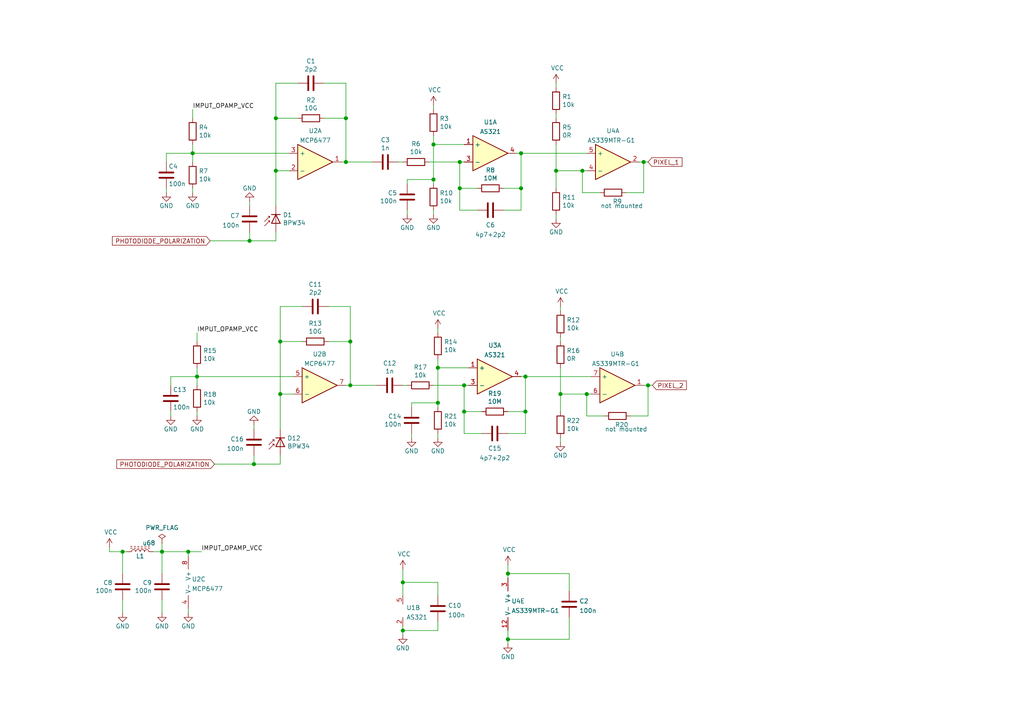
<source format=kicad_sch>
(kicad_sch (version 20210621) (generator eeschema)
  (paper "A4")
  (lib_symbols
    (symbol "Device:C" (pin_numbers hide) (pin_names (offset 0.254))
      (property "Reference" "C" (at 0.635 2.54 0))
      (property "Value" "C" (at 0.635 -2.54 0))
      (symbol "C_0_1"
        (polyline (pts (xy -2.032 -0.762) (xy 2.032 -0.762)) (stroke (width 0.508)))
        (polyline (pts (xy -2.032 0.762) (xy 2.032 0.762)) (stroke (width 0.508)))
      )
      (symbol "C_1_1"
        (pin passive line (at 0 3.81 270) (length 2.794) (name "~") (number "1"))
        (pin passive line (at 0 -3.81 90) (length 2.794) (name "~") (number "2"))
      )
    )
    (symbol "Device:D_Photo" (pin_numbers hide) (pin_names hide)
      (property "Reference" "D" (at 0.508 1.778 0))
      (property "Value" "D_Photo" (at -1.016 -2.794 0))
      (symbol "D_Photo_0_1"
        (polyline (pts (xy -2.54 1.27) (xy -2.54 -1.27)) (stroke (width 0.254)))
        (polyline (pts (xy -2.032 1.778) (xy -1.524 1.778)))
        (polyline (pts (xy 0 0) (xy -2.54 0)))
        (polyline (pts (xy -0.508 3.302) (xy -2.032 1.778) (xy -2.032 2.286)))
        (polyline (pts (xy 0 -1.27) (xy 0 1.27) (xy -2.54 0) (xy 0 -1.27)) (stroke (width 0.254)))
        (polyline (pts (xy 0.762 3.302) (xy -0.762 1.778) (xy -0.762 2.286) (xy -0.762 1.778) (xy -0.254 1.778)))
      )
      (symbol "D_Photo_1_1"
        (pin passive line (at -5.08 0 0) (length 2.54) (name "K") (number "1"))
        (pin passive line (at 2.54 0 180) (length 2.54) (name "A") (number "2"))
      )
    )
    (symbol "Device:L_Core_Ferrite" (pin_numbers hide) (pin_names (offset 1.016) hide)
      (property "Reference" "L" (at -1.27 0 90))
      (property "Value" "L_Core_Ferrite" (at 2.794 0 90))
      (symbol "L_Core_Ferrite_0_1"
        (arc (start 0 -2.54) (end 0 -1.27) (radius (at 0 -1.905) (length 0.635) (angles -89.9 89.9)))
        (arc (start 0 -1.27) (end 0 0) (radius (at 0 -0.635) (length 0.635) (angles -89.9 89.9)))
        (arc (start 0 0) (end 0 1.27) (radius (at 0 0.635) (length 0.635) (angles -89.9 89.9)))
        (arc (start 0 1.27) (end 0 2.54) (radius (at 0 1.905) (length 0.635) (angles -89.9 89.9)))
        (polyline (pts (xy 1.016 -2.794) (xy 1.016 -2.286)))
        (polyline (pts (xy 1.016 -1.778) (xy 1.016 -1.27)))
        (polyline (pts (xy 1.016 -0.762) (xy 1.016 -0.254)))
        (polyline (pts (xy 1.016 0.254) (xy 1.016 0.762)))
        (polyline (pts (xy 1.016 1.27) (xy 1.016 1.778)))
        (polyline (pts (xy 1.016 2.286) (xy 1.016 2.794)))
        (polyline (pts (xy 1.524 -2.286) (xy 1.524 -2.794)))
        (polyline (pts (xy 1.524 -1.27) (xy 1.524 -1.778)))
        (polyline (pts (xy 1.524 -0.254) (xy 1.524 -0.762)))
        (polyline (pts (xy 1.524 0.762) (xy 1.524 0.254)))
        (polyline (pts (xy 1.524 1.778) (xy 1.524 1.27)))
        (polyline (pts (xy 1.524 2.794) (xy 1.524 2.286)))
      )
      (symbol "L_Core_Ferrite_1_1"
        (pin passive line (at 0 3.81 270) (length 1.27) (name "1") (number "1"))
        (pin passive line (at 0 -3.81 90) (length 1.27) (name "2") (number "2"))
      )
    )
    (symbol "Device:Opamp_Dual_Generic"
      (property "Reference" "U" (at 0 5.08 0))
      (property "Value" "Opamp_Dual_Generic" (at 0 -5.08 0))
      (symbol "Opamp_Dual_Generic_1_1"
        (polyline (pts (xy -5.08 5.08) (xy 5.08 0) (xy -5.08 -5.08) (xy -5.08 5.08)) (stroke (width 0.254)) (fill (type background)))
        (pin output line (at 7.62 0 180) (length 2.54) (name "~") (number "1"))
        (pin input line (at -7.62 -2.54 0) (length 2.54) (name "-") (number "2"))
        (pin input line (at -7.62 2.54 0) (length 2.54) (name "+") (number "3"))
      )
      (symbol "Opamp_Dual_Generic_2_1"
        (polyline (pts (xy -5.08 5.08) (xy 5.08 0) (xy -5.08 -5.08) (xy -5.08 5.08)) (stroke (width 0.254)) (fill (type background)))
        (pin input line (at -7.62 2.54 0) (length 2.54) (name "+") (number "5"))
        (pin input line (at -7.62 -2.54 0) (length 2.54) (name "-") (number "6"))
        (pin output line (at 7.62 0 180) (length 2.54) (name "~") (number "7"))
      )
      (symbol "Opamp_Dual_Generic_3_1"
        (pin power_in line (at -2.54 -7.62 90) (length 3.81) (name "V-") (number "4"))
        (pin power_in line (at -2.54 7.62 270) (length 3.81) (name "V+") (number "8"))
      )
    )
    (symbol "Device:R" (pin_numbers hide) (pin_names (offset 0))
      (property "Reference" "R" (at 2.032 0 90))
      (property "Value" "R" (at 0 0 90))
      (symbol "R_0_1"
        (rectangle (start -1.016 -2.54) (end 1.016 2.54) (stroke (width 0.254)))
      )
      (symbol "R_1_1"
        (pin passive line (at 0 3.81 270) (length 1.27) (name "~") (number "1"))
        (pin passive line (at 0 -3.81 90) (length 1.27) (name "~") (number "2"))
      )
    )
    (symbol "DiscretePixelDetectorForRadiationAnalysis:AS321"
      (property "Reference" "U" (at 1.27 1.27 0))
      (property "Value" "AS321" (at 1.27 -1.27 0))
      (symbol "AS321_1_1"
        (polyline (pts (xy -5.08 5.08) (xy 5.08 0) (xy -5.08 -5.08) (xy -5.08 5.08)) (stroke (width 0.254)) (fill (type background)))
        (pin input line (at -7.62 2.54 0) (length 2.54) (name "+") (number "1"))
        (pin input line (at -7.62 -2.54 0) (length 2.54) (name "-") (number "3"))
        (pin output line (at 7.62 0 180) (length 2.54) (name "~") (number "4"))
      )
      (symbol "AS321_2_1"
        (pin power_in line (at 0 -5.08 90) (length 2.54) (name "") (number "2"))
        (pin input line (at 0 3.81 270) (length 2.54) (name "") (number "5"))
      )
    )
    (symbol "DiscretePixelDetectorForRadiationAnalysis:AS321_1"
      (property "Reference" "U" (at 1.27 1.27 0))
      (property "Value" "AS321" (at 1.27 -1.27 0))
      (symbol "AS321_1_1_1"
        (polyline (pts (xy -5.08 5.08) (xy 5.08 0) (xy -5.08 -5.08) (xy -5.08 5.08)) (stroke (width 0.254)) (fill (type background)))
        (pin input line (at -7.62 2.54 0) (length 2.54) (name "+") (number "1"))
        (pin input line (at -7.62 -2.54 0) (length 2.54) (name "-") (number "3"))
        (pin output line (at 7.62 0 180) (length 2.54) (name "~") (number "4"))
      )
      (symbol "AS321_1_2_1"
        (pin power_in line (at 0 -5.08 90) (length 2.54) (name "") (number "2"))
        (pin input line (at 0 3.81 270) (length 2.54) (name "") (number "5"))
      )
    )
    (symbol "DiscretePixelDetectorForRadiationAnalysis:AS339MTR-G1 "
      (property "Reference" "U" (at 0 5.08 0))
      (property "Value" "AS339MTR-G1 " (at 0 -5.08 0))
      (symbol "AS339MTR-G1 _1_1"
        (polyline (pts (xy -5.08 5.08) (xy 5.08 0) (xy -5.08 -5.08) (xy -5.08 5.08)) (stroke (width 0.254)) (fill (type background)))
        (pin output line (at 7.62 0 180) (length 2.54) (name "~") (number "2"))
        (pin input line (at -7.62 -2.54 0) (length 2.54) (name "-") (number "4"))
        (pin input line (at -7.62 2.54 0) (length 2.54) (name "+") (number "5"))
      )
      (symbol "AS339MTR-G1 _2_1"
        (polyline (pts (xy -5.08 5.08) (xy 5.08 0) (xy -5.08 -5.08) (xy -5.08 5.08)) (stroke (width 0.254)) (fill (type background)))
        (pin output line (at 7.62 0 180) (length 2.54) (name "~") (number "1"))
        (pin input line (at -7.62 -2.54 0) (length 2.54) (name "-") (number "6"))
        (pin input line (at -7.62 2.54 0) (length 2.54) (name "+") (number "7"))
      )
      (symbol "AS339MTR-G1 _3_1"
        (polyline (pts (xy -5.08 5.08) (xy 5.08 0) (xy -5.08 -5.08) (xy -5.08 5.08)) (stroke (width 0.254)) (fill (type background)))
        (pin output line (at 7.62 0 180) (length 2.54) (name "~") (number "14"))
        (pin input line (at -7.62 -2.54 0) (length 2.54) (name "-") (number "8"))
        (pin input line (at -7.62 2.54 0) (length 2.54) (name "+") (number "9"))
      )
      (symbol "AS339MTR-G1 _4_1"
        (polyline (pts (xy -5.08 5.08) (xy 5.08 0) (xy -5.08 -5.08) (xy -5.08 5.08)) (stroke (width 0.254)) (fill (type background)))
        (pin input line (at -7.62 -2.54 0) (length 2.54) (name "-") (number "10"))
        (pin input line (at -7.62 2.54 0) (length 2.54) (name "+") (number "11"))
        (pin output line (at 7.62 0 180) (length 2.54) (name "~") (number "13"))
      )
      (symbol "AS339MTR-G1 _5_1"
        (pin power_in line (at -2.54 -7.62 90) (length 3.81) (name "V-") (number "12"))
        (pin power_in line (at -2.54 7.62 270) (length 3.81) (name "V+") (number "3"))
      )
    )
    (symbol "power:GND" (power) (pin_names (offset 0))
      (property "Value" "GND" (at 0 -3.81 0))
      (symbol "GND_0_1"
        (polyline (pts (xy 0 0) (xy 0 -1.27) (xy 1.27 -1.27) (xy 0 -2.54) (xy -1.27 -1.27) (xy 0 -1.27)))
      )
      (symbol "GND_1_1"
        (pin power_in line (at 0 0 270) (length 0) hide (name "GND") (number "1"))
      )
    )
    (symbol "power:PWR_FLAG" (power) (pin_numbers hide) (pin_names (offset 0) hide)
      (property "Value" "PWR_FLAG" (at 0 3.81 0))
      (symbol "PWR_FLAG_0_0"
        (pin power_out line (at 0 0 90) (length 0) (name "pwr") (number "1"))
      )
      (symbol "PWR_FLAG_0_1"
        (polyline (pts (xy 0 0) (xy 0 1.27) (xy -1.016 1.905) (xy 0 2.54) (xy 1.016 1.905) (xy 0 1.27)))
      )
    )
    (symbol "power:VCC" (power) (pin_names (offset 0))
      (property "Value" "VCC" (at 0 3.81 0))
      (symbol "VCC_0_1"
        (polyline (pts (xy -0.762 1.27) (xy 0 2.54)))
        (polyline (pts (xy 0 0) (xy 0 2.54)))
        (polyline (pts (xy 0 2.54) (xy 0.762 1.27)))
      )
      (symbol "VCC_1_1"
        (pin power_in line (at 0 0 90) (length 0) hide (name "VCC") (number "1"))
      )
    )
  )
  (junction (at 35.56 160.02) (diameter 1.016))
  (junction (at 46.99 160.02) (diameter 1.016))
  (junction (at 54.61 160.02) (diameter 1.016))
  (junction (at 55.88 44.45) (diameter 1.016))
  (junction (at 57.15 109.22) (diameter 1.016))
  (junction (at 72.39 69.85) (diameter 1.016))
  (junction (at 73.66 134.62) (diameter 1.016))
  (junction (at 80.01 34.29) (diameter 1.016))
  (junction (at 80.01 49.53) (diameter 1.016))
  (junction (at 81.28 99.06) (diameter 1.016))
  (junction (at 81.28 114.3) (diameter 1.016))
  (junction (at 100.33 34.29) (diameter 1.016))
  (junction (at 100.33 46.99) (diameter 1.016))
  (junction (at 101.6 99.06) (diameter 1.016))
  (junction (at 101.6 111.76) (diameter 1.016))
  (junction (at 116.84 168.91) (diameter 1.016))
  (junction (at 116.84 182.88) (diameter 1.016))
  (junction (at 125.73 41.91) (diameter 1.016))
  (junction (at 125.73 52.07) (diameter 1.016))
  (junction (at 127 106.68) (diameter 1.016))
  (junction (at 127 116.84) (diameter 1.016))
  (junction (at 133.35 46.99) (diameter 1.016))
  (junction (at 133.35 54.61) (diameter 1.016))
  (junction (at 134.62 111.76) (diameter 1.016))
  (junction (at 134.62 119.38) (diameter 1.016))
  (junction (at 147.32 166.37) (diameter 1.016))
  (junction (at 147.32 185.42) (diameter 1.016))
  (junction (at 151.13 44.45) (diameter 1.016))
  (junction (at 151.13 54.61) (diameter 1.016))
  (junction (at 152.4 109.22) (diameter 1.016))
  (junction (at 152.4 119.38) (diameter 1.016))
  (junction (at 161.29 49.53) (diameter 1.016))
  (junction (at 162.56 114.3) (diameter 1.016))
  (junction (at 168.91 49.53) (diameter 1.016))
  (junction (at 170.18 114.3) (diameter 1.016))
  (junction (at 186.69 46.99) (diameter 1.016))
  (junction (at 187.96 111.76) (diameter 1.016))
  (wire (pts (xy 31.75 160.02) (xy 31.75 158.75)))
  (wire (pts (xy 31.75 160.02) (xy 35.56 160.02)))
  (wire (pts (xy 35.56 166.37) (xy 35.56 160.02)))
  (wire (pts (xy 35.56 173.99) (xy 35.56 177.8)))
  (wire (pts (xy 36.83 160.02) (xy 35.56 160.02)))
  (wire (pts (xy 44.45 160.02) (xy 46.99 160.02)))
  (wire (pts (xy 46.99 157.48) (xy 46.99 160.02)))
  (wire (pts (xy 46.99 160.02) (xy 54.61 160.02)))
  (wire (pts (xy 46.99 166.37) (xy 46.99 160.02)))
  (wire (pts (xy 46.99 173.99) (xy 46.99 177.8)))
  (wire (pts (xy 48.26 44.45) (xy 48.26 46.99)))
  (wire (pts (xy 48.26 44.45) (xy 55.88 44.45)))
  (wire (pts (xy 48.26 55.88) (xy 48.26 54.61)))
  (wire (pts (xy 49.53 109.22) (xy 49.53 111.76)))
  (wire (pts (xy 49.53 109.22) (xy 57.15 109.22)))
  (wire (pts (xy 49.53 120.65) (xy 49.53 119.38)))
  (wire (pts (xy 54.61 160.02) (xy 54.61 161.29)))
  (wire (pts (xy 54.61 160.02) (xy 58.42 160.02)))
  (wire (pts (xy 54.61 176.53) (xy 54.61 177.8)))
  (wire (pts (xy 55.88 31.75) (xy 55.88 34.29)))
  (wire (pts (xy 55.88 41.91) (xy 55.88 44.45)))
  (wire (pts (xy 55.88 44.45) (xy 55.88 46.99)))
  (wire (pts (xy 55.88 44.45) (xy 83.82 44.45)))
  (wire (pts (xy 55.88 55.88) (xy 55.88 54.61)))
  (wire (pts (xy 57.15 96.52) (xy 57.15 99.06)))
  (wire (pts (xy 57.15 106.68) (xy 57.15 109.22)))
  (wire (pts (xy 57.15 109.22) (xy 57.15 111.76)))
  (wire (pts (xy 57.15 109.22) (xy 85.09 109.22)))
  (wire (pts (xy 57.15 120.65) (xy 57.15 119.38)))
  (wire (pts (xy 60.96 69.85) (xy 72.39 69.85)))
  (wire (pts (xy 62.23 134.62) (xy 73.66 134.62)))
  (wire (pts (xy 72.39 58.42) (xy 72.39 59.69)))
  (wire (pts (xy 72.39 69.85) (xy 72.39 67.31)))
  (wire (pts (xy 72.39 69.85) (xy 80.01 69.85)))
  (wire (pts (xy 73.66 123.19) (xy 73.66 124.46)))
  (wire (pts (xy 73.66 134.62) (xy 73.66 132.08)))
  (wire (pts (xy 73.66 134.62) (xy 81.28 134.62)))
  (wire (pts (xy 80.01 24.13) (xy 80.01 34.29)))
  (wire (pts (xy 80.01 34.29) (xy 86.36 34.29)))
  (wire (pts (xy 80.01 49.53) (xy 80.01 34.29)))
  (wire (pts (xy 80.01 49.53) (xy 80.01 59.69)))
  (wire (pts (xy 80.01 49.53) (xy 83.82 49.53)))
  (wire (pts (xy 80.01 69.85) (xy 80.01 67.31)))
  (wire (pts (xy 81.28 88.9) (xy 81.28 99.06)))
  (wire (pts (xy 81.28 99.06) (xy 87.63 99.06)))
  (wire (pts (xy 81.28 114.3) (xy 81.28 99.06)))
  (wire (pts (xy 81.28 114.3) (xy 81.28 124.46)))
  (wire (pts (xy 81.28 114.3) (xy 85.09 114.3)))
  (wire (pts (xy 81.28 134.62) (xy 81.28 132.08)))
  (wire (pts (xy 86.36 24.13) (xy 80.01 24.13)))
  (wire (pts (xy 87.63 88.9) (xy 81.28 88.9)))
  (wire (pts (xy 93.98 24.13) (xy 100.33 24.13)))
  (wire (pts (xy 93.98 34.29) (xy 100.33 34.29)))
  (wire (pts (xy 95.25 88.9) (xy 101.6 88.9)))
  (wire (pts (xy 95.25 99.06) (xy 101.6 99.06)))
  (wire (pts (xy 99.06 46.99) (xy 100.33 46.99)))
  (wire (pts (xy 100.33 24.13) (xy 100.33 34.29)))
  (wire (pts (xy 100.33 34.29) (xy 100.33 46.99)))
  (wire (pts (xy 100.33 46.99) (xy 107.95 46.99)))
  (wire (pts (xy 100.33 111.76) (xy 101.6 111.76)))
  (wire (pts (xy 101.6 88.9) (xy 101.6 99.06)))
  (wire (pts (xy 101.6 99.06) (xy 101.6 111.76)))
  (wire (pts (xy 101.6 111.76) (xy 109.22 111.76)))
  (wire (pts (xy 115.57 46.99) (xy 116.84 46.99)))
  (wire (pts (xy 116.84 111.76) (xy 118.11 111.76)))
  (wire (pts (xy 116.84 165.1) (xy 116.84 168.91)))
  (wire (pts (xy 116.84 168.91) (xy 116.84 172.72)))
  (wire (pts (xy 116.84 168.91) (xy 127 168.91)))
  (wire (pts (xy 116.84 181.61) (xy 116.84 182.88)))
  (wire (pts (xy 116.84 182.88) (xy 116.84 184.15)))
  (wire (pts (xy 116.84 182.88) (xy 127 182.88)))
  (wire (pts (xy 118.11 52.07) (xy 125.73 52.07)))
  (wire (pts (xy 118.11 53.34) (xy 118.11 52.07)))
  (wire (pts (xy 118.11 62.23) (xy 118.11 60.96)))
  (wire (pts (xy 119.38 116.84) (xy 127 116.84)))
  (wire (pts (xy 119.38 118.11) (xy 119.38 116.84)))
  (wire (pts (xy 119.38 127) (xy 119.38 125.73)))
  (wire (pts (xy 124.46 46.99) (xy 133.35 46.99)))
  (wire (pts (xy 125.73 30.48) (xy 125.73 31.75)))
  (wire (pts (xy 125.73 39.37) (xy 125.73 41.91)))
  (wire (pts (xy 125.73 41.91) (xy 125.73 52.07)))
  (wire (pts (xy 125.73 52.07) (xy 125.73 53.34)))
  (wire (pts (xy 125.73 62.23) (xy 125.73 60.96)))
  (wire (pts (xy 125.73 111.76) (xy 134.62 111.76)))
  (wire (pts (xy 127 95.25) (xy 127 96.52)))
  (wire (pts (xy 127 104.14) (xy 127 106.68)))
  (wire (pts (xy 127 106.68) (xy 127 116.84)))
  (wire (pts (xy 127 116.84) (xy 127 118.11)))
  (wire (pts (xy 127 127) (xy 127 125.73)))
  (wire (pts (xy 127 172.72) (xy 127 168.91)))
  (wire (pts (xy 127 182.88) (xy 127 180.34)))
  (wire (pts (xy 133.35 46.99) (xy 134.62 46.99)))
  (wire (pts (xy 133.35 54.61) (xy 133.35 46.99)))
  (wire (pts (xy 133.35 60.96) (xy 133.35 54.61)))
  (wire (pts (xy 133.35 60.96) (xy 138.43 60.96)))
  (wire (pts (xy 134.62 41.91) (xy 125.73 41.91)))
  (wire (pts (xy 134.62 111.76) (xy 135.89 111.76)))
  (wire (pts (xy 134.62 119.38) (xy 134.62 111.76)))
  (wire (pts (xy 134.62 125.73) (xy 134.62 119.38)))
  (wire (pts (xy 134.62 125.73) (xy 139.7 125.73)))
  (wire (pts (xy 135.89 106.68) (xy 127 106.68)))
  (wire (pts (xy 138.43 54.61) (xy 133.35 54.61)))
  (wire (pts (xy 139.7 119.38) (xy 134.62 119.38)))
  (wire (pts (xy 146.05 54.61) (xy 151.13 54.61)))
  (wire (pts (xy 146.05 60.96) (xy 151.13 60.96)))
  (wire (pts (xy 147.32 119.38) (xy 152.4 119.38)))
  (wire (pts (xy 147.32 125.73) (xy 152.4 125.73)))
  (wire (pts (xy 147.32 163.83) (xy 147.32 166.37)))
  (wire (pts (xy 147.32 166.37) (xy 147.32 167.64)))
  (wire (pts (xy 147.32 166.37) (xy 165.1 166.37)))
  (wire (pts (xy 147.32 182.88) (xy 147.32 185.42)))
  (wire (pts (xy 147.32 185.42) (xy 147.32 186.69)))
  (wire (pts (xy 149.86 44.45) (xy 151.13 44.45)))
  (wire (pts (xy 151.13 44.45) (xy 170.18 44.45)))
  (wire (pts (xy 151.13 54.61) (xy 151.13 44.45)))
  (wire (pts (xy 151.13 54.61) (xy 151.13 60.96)))
  (wire (pts (xy 151.13 109.22) (xy 152.4 109.22)))
  (wire (pts (xy 152.4 109.22) (xy 171.45 109.22)))
  (wire (pts (xy 152.4 119.38) (xy 152.4 109.22)))
  (wire (pts (xy 152.4 119.38) (xy 152.4 125.73)))
  (wire (pts (xy 161.29 25.4) (xy 161.29 24.13)))
  (wire (pts (xy 161.29 33.02) (xy 161.29 34.29)))
  (wire (pts (xy 161.29 41.91) (xy 161.29 49.53)))
  (wire (pts (xy 161.29 49.53) (xy 161.29 54.61)))
  (wire (pts (xy 161.29 49.53) (xy 168.91 49.53)))
  (wire (pts (xy 161.29 62.23) (xy 161.29 63.5)))
  (wire (pts (xy 162.56 90.17) (xy 162.56 88.9)))
  (wire (pts (xy 162.56 97.79) (xy 162.56 99.06)))
  (wire (pts (xy 162.56 106.68) (xy 162.56 114.3)))
  (wire (pts (xy 162.56 114.3) (xy 162.56 119.38)))
  (wire (pts (xy 162.56 114.3) (xy 170.18 114.3)))
  (wire (pts (xy 162.56 127) (xy 162.56 128.27)))
  (wire (pts (xy 165.1 166.37) (xy 165.1 171.45)))
  (wire (pts (xy 165.1 179.07) (xy 165.1 185.42)))
  (wire (pts (xy 165.1 185.42) (xy 147.32 185.42)))
  (wire (pts (xy 168.91 49.53) (xy 168.91 55.88)))
  (wire (pts (xy 170.18 49.53) (xy 168.91 49.53)))
  (wire (pts (xy 170.18 114.3) (xy 170.18 120.65)))
  (wire (pts (xy 171.45 114.3) (xy 170.18 114.3)))
  (wire (pts (xy 173.99 55.88) (xy 168.91 55.88)))
  (wire (pts (xy 175.26 120.65) (xy 170.18 120.65)))
  (wire (pts (xy 181.61 55.88) (xy 186.69 55.88)))
  (wire (pts (xy 182.88 120.65) (xy 187.96 120.65)))
  (wire (pts (xy 186.69 46.99) (xy 185.42 46.99)))
  (wire (pts (xy 186.69 46.99) (xy 186.69 55.88)))
  (wire (pts (xy 186.69 46.99) (xy 187.96 46.99)))
  (wire (pts (xy 187.96 111.76) (xy 186.69 111.76)))
  (wire (pts (xy 187.96 111.76) (xy 187.96 120.65)))
  (wire (pts (xy 187.96 111.76) (xy 189.23 111.76)))
  (label "IMPUT_OPAMP_VCC" (at 55.88 31.75 0))
  (label "IMPUT_OPAMP_VCC" (at 57.15 96.52 0))
  (label "IMPUT_OPAMP_VCC" (at 58.42 160.02 0))
  (global_label "PHOTODIODE_POLARIZATION" (shape input) (at 60.96 69.85 180) (property "Intersheet References" "${INTERSHEET_REFS}" (effects hide)))
  (global_label "PHOTODIODE_POLARIZATION" (shape input) (at 62.23 134.62 180) (property "Intersheet References" "${INTERSHEET_REFS}" (effects hide)))
  (global_label "PIXEL_1" (shape input) (at 187.96 46.99 0) (property "Intersheet References" "${INTERSHEET_REFS}" (effects hide)))
  (global_label "PIXEL_2" (shape input) (at 189.23 111.76 0) (property "Intersheet References" "${INTERSHEET_REFS}" (effects hide)))
  (symbol (lib_id "power:VCC") (at 31.75 158.75 0) (unit 1)
    (property "Reference" "#PWR014" (effects hide))
    (property "Value" "VCC" (at 32.131 154.3558 0))
  )
  (symbol (lib_id "power:VCC") (at 116.84 165.1 0) (unit 1)
    (property "Reference" "#PWR015" (effects hide))
    (property "Value" "VCC" (at 117.221 160.7058 0))
  )
  (symbol (lib_id "power:VCC") (at 125.73 30.48 0) (unit 1)
    (property "Reference" "#PWR02" (effects hide))
    (property "Value" "VCC" (at 126.111 26.0858 0))
  )
  (symbol (lib_id "power:VCC") (at 127 95.25 0) (unit 1)
    (property "Reference" "#PWR011" (effects hide))
    (property "Value" "VCC" (at 127.381 90.8558 0))
  )
  (symbol (lib_id "power:VCC") (at 147.32 163.83 0) (unit 1)
    (property "Reference" "#PWR03" (effects hide))
    (property "Value" "VCC" (at 147.701 159.4358 0))
  )
  (symbol (lib_id "power:VCC") (at 161.29 24.13 0) (unit 1)
    (property "Reference" "#PWR01" (effects hide))
    (property "Value" "VCC" (at 161.671 19.7358 0))
  )
  (symbol (lib_id "power:VCC") (at 162.56 88.9 0) (unit 1)
    (property "Reference" "#PWR010" (effects hide))
    (property "Value" "VCC" (at 162.941 84.5058 0))
  )
  (symbol (lib_id "power:PWR_FLAG") (at 46.99 157.48 0) (unit 1)
    (property "Reference" "#FLG01" (effects hide))
    (property "Value" "PWR_FLAG" (at 46.99 153.0604 0))
  )
  (symbol (lib_id "DiscretePixelDetectorForRadiationAnalysis:AS321") (at 116.84 176.53 0) (unit 2)
    (property "Reference" "U1" (at 117.8561 176.2565 0) (effects (justify left)))
    (property "Value" "AS321" (at 117.8561 179.0316 0) (effects (justify left)))
    (property "Footprint" "Package_TO_SOT_SMD:SOT-23-5" (effects hide))
    (property "Datasheet" "https://www.tme.eu/Document/ff04728045a484fb1c57ffb6d73e1bf1/AS321.pdf" (effects hide))
  )
  (symbol (lib_id "power:GND") (at 35.56 177.8 0) (mirror y) (unit 1)
    (property "Reference" "#PWR016" (effects hide))
    (property "Value" "GND" (at 35.56 181.61 0))
  )
  (symbol (lib_id "power:GND") (at 46.99 177.8 0) (mirror y) (unit 1)
    (property "Reference" "#PWR017" (effects hide))
    (property "Value" "GND" (at 46.99 181.61 0))
  )
  (symbol (lib_id "power:GND") (at 48.26 55.88 0) (unit 1)
    (property "Reference" "#PWR05" (effects hide))
    (property "Value" "GND" (at 48.26 59.69 0))
  )
  (symbol (lib_id "power:GND") (at 49.53 120.65 0) (unit 1)
    (property "Reference" "#PWR013" (effects hide))
    (property "Value" "GND" (at 49.53 124.46 0))
  )
  (symbol (lib_id "power:GND") (at 54.61 177.8 0) (mirror y) (unit 1)
    (property "Reference" "#PWR018" (effects hide))
    (property "Value" "GND" (at 54.61 181.61 0))
  )
  (symbol (lib_id "power:GND") (at 55.88 55.88 0) (unit 1)
    (property "Reference" "#PWR06" (effects hide))
    (property "Value" "GND" (at 55.88 59.69 0))
  )
  (symbol (lib_id "power:GND") (at 57.15 120.65 0) (unit 1)
    (property "Reference" "#PWR022" (effects hide))
    (property "Value" "GND" (at 57.15 124.46 0))
  )
  (symbol (lib_id "power:GND") (at 72.39 58.42 180) (unit 1)
    (property "Reference" "#PWR012" (effects hide))
    (property "Value" "GND" (at 72.39 54.61 0))
  )
  (symbol (lib_id "power:GND") (at 73.66 123.19 180) (unit 1)
    (property "Reference" "#PWR023" (effects hide))
    (property "Value" "GND" (at 73.66 119.38 0))
  )
  (symbol (lib_id "power:GND") (at 116.84 184.15 0) (unit 1)
    (property "Reference" "#PWR019" (effects hide))
    (property "Value" "GND" (at 116.84 187.96 0))
  )
  (symbol (lib_id "power:GND") (at 118.11 62.23 0) (unit 1)
    (property "Reference" "#PWR07" (effects hide))
    (property "Value" "GND" (at 118.11 66.04 0))
  )
  (symbol (lib_id "power:GND") (at 119.38 127 0) (unit 1)
    (property "Reference" "#PWR024" (effects hide))
    (property "Value" "GND" (at 119.38 130.81 0))
  )
  (symbol (lib_id "power:GND") (at 125.73 62.23 0) (unit 1)
    (property "Reference" "#PWR08" (effects hide))
    (property "Value" "GND" (at 125.73 66.04 0))
  )
  (symbol (lib_id "power:GND") (at 127 127 0) (unit 1)
    (property "Reference" "#PWR025" (effects hide))
    (property "Value" "GND" (at 127 130.81 0))
  )
  (symbol (lib_id "power:GND") (at 147.32 186.69 0) (unit 1)
    (property "Reference" "#PWR04" (effects hide))
    (property "Value" "GND" (at 147.32 190.5 0))
  )
  (symbol (lib_id "power:GND") (at 161.29 63.5 0) (unit 1)
    (property "Reference" "#PWR09" (effects hide))
    (property "Value" "GND" (at 161.29 67.31 0))
  )
  (symbol (lib_id "power:GND") (at 162.56 128.27 0) (unit 1)
    (property "Reference" "#PWR026" (effects hide))
    (property "Value" "GND" (at 162.56 132.08 0))
  )
  (symbol (lib_id "Device:Opamp_Dual_Generic") (at 57.15 168.91 0) (unit 3)
    (property "Reference" "U2" (at 55.6261 168.0015 0) (effects (justify left)))
    (property "Value" "MCP6477" (at 55.6261 170.7766 0) (effects (justify left)))
    (property "Footprint" "Package_SO:MSOP-8_3x3mm_P0.65mm" (effects hide))
  )
  (symbol (lib_id "DiscretePixelDetectorForRadiationAnalysis:AS339MTR-G1 ") (at 149.86 175.26 0) (unit 5)
    (property "Reference" "U4" (at 148.3361 174.3515 0) (effects (justify left)))
    (property "Value" "AS339MTR-G1 " (at 148.3361 177.1266 0) (effects (justify left)))
    (property "Footprint" "Package_SO:SO-14_3.9x8.65mm_P1.27mm" (effects hide))
    (property "Datasheet" "https://www.tme.eu/Document/ab5511a74d7ca6fc8187c21ca1697b95/AS339.pdf" (effects hide))
  )
  (symbol (lib_id "Device:L_Core_Ferrite") (at 40.64 160.02 270) (mirror x) (unit 1)
    (property "Reference" "L1" (at 40.64 161.29 90))
    (property "Value" "u68" (at 43.18 157.48 90))
    (property "Footprint" "Inductor_SMD:L_0805_2012Metric" (effects hide))
  )
  (symbol (lib_id "Device:R") (at 55.88 38.1 0) (unit 1)
    (property "Reference" "R4" (at 57.658 36.9316 0) (effects (justify left)))
    (property "Value" "10k" (at 57.658 39.243 0) (effects (justify left)))
    (property "Footprint" "Resistor_SMD:R_0402_1005Metric" (effects hide))
  )
  (symbol (lib_id "Device:R") (at 55.88 50.8 0) (unit 1)
    (property "Reference" "R7" (at 57.658 49.6316 0) (effects (justify left)))
    (property "Value" "10k" (at 57.658 51.943 0) (effects (justify left)))
    (property "Footprint" "Resistor_SMD:R_0402_1005Metric" (effects hide))
  )
  (symbol (lib_id "Device:R") (at 57.15 102.87 0) (unit 1)
    (property "Reference" "R15" (at 58.928 101.7016 0) (effects (justify left)))
    (property "Value" "10k" (at 58.928 104.013 0) (effects (justify left)))
    (property "Footprint" "Resistor_SMD:R_0402_1005Metric" (effects hide))
  )
  (symbol (lib_id "Device:R") (at 57.15 115.57 0) (unit 1)
    (property "Reference" "R18" (at 58.928 114.4016 0) (effects (justify left)))
    (property "Value" "10k" (at 58.928 116.713 0) (effects (justify left)))
    (property "Footprint" "Resistor_SMD:R_0402_1005Metric" (effects hide))
  )
  (symbol (lib_id "Device:R") (at 90.17 34.29 90) (unit 1)
    (property "Reference" "R2" (at 90.17 29.0322 90))
    (property "Value" "10G" (at 90.17 31.3436 90))
    (property "Footprint" "Resistor_SMD:R_0805_2012Metric" (effects hide))
  )
  (symbol (lib_id "Device:R") (at 91.44 99.06 90) (unit 1)
    (property "Reference" "R13" (at 91.44 93.8022 90))
    (property "Value" "10G" (at 91.44 96.1136 90))
    (property "Footprint" "Resistor_SMD:R_0805_2012Metric" (effects hide))
  )
  (symbol (lib_id "Device:R") (at 120.65 46.99 270) (unit 1)
    (property "Reference" "R6" (at 120.65 41.7322 90))
    (property "Value" "10k" (at 120.65 44.0436 90))
    (property "Footprint" "Resistor_SMD:R_0402_1005Metric" (effects hide))
  )
  (symbol (lib_id "Device:R") (at 121.92 111.76 270) (unit 1)
    (property "Reference" "R17" (at 121.92 106.5022 90))
    (property "Value" "10k" (at 121.92 108.8136 90))
    (property "Footprint" "Resistor_SMD:R_0402_1005Metric" (effects hide))
  )
  (symbol (lib_id "Device:R") (at 125.73 35.56 0) (unit 1)
    (property "Reference" "R3" (at 127.508 34.3916 0) (effects (justify left)))
    (property "Value" "10k" (at 127.508 36.703 0) (effects (justify left)))
    (property "Footprint" "Resistor_SMD:R_0402_1005Metric" (effects hide))
  )
  (symbol (lib_id "Device:R") (at 125.73 57.15 0) (unit 1)
    (property "Reference" "R10" (at 127.508 55.9816 0) (effects (justify left)))
    (property "Value" "10k" (at 127.508 58.293 0) (effects (justify left)))
    (property "Footprint" "Resistor_SMD:R_0402_1005Metric" (effects hide))
  )
  (symbol (lib_id "Device:R") (at 127 100.33 0) (unit 1)
    (property "Reference" "R14" (at 128.778 99.1616 0) (effects (justify left)))
    (property "Value" "10k" (at 128.778 101.473 0) (effects (justify left)))
    (property "Footprint" "Resistor_SMD:R_0402_1005Metric" (effects hide))
  )
  (symbol (lib_id "Device:R") (at 127 121.92 0) (unit 1)
    (property "Reference" "R21" (at 128.778 120.7516 0) (effects (justify left)))
    (property "Value" "10k" (at 128.778 123.063 0) (effects (justify left)))
    (property "Footprint" "Resistor_SMD:R_0402_1005Metric" (effects hide))
  )
  (symbol (lib_id "Device:R") (at 142.24 54.61 270) (unit 1)
    (property "Reference" "R8" (at 142.24 49.3522 90))
    (property "Value" "10M" (at 142.24 51.6636 90))
    (property "Footprint" "Resistor_SMD:R_0402_1005Metric" (effects hide))
  )
  (symbol (lib_id "Device:R") (at 143.51 119.38 270) (unit 1)
    (property "Reference" "R19" (at 143.51 114.1222 90))
    (property "Value" "10M" (at 143.51 116.4336 90))
    (property "Footprint" "Resistor_SMD:R_0402_1005Metric" (effects hide))
  )
  (symbol (lib_id "Device:R") (at 161.29 29.21 0) (unit 1)
    (property "Reference" "R1" (at 163.068 28.0416 0) (effects (justify left)))
    (property "Value" "10k" (at 163.068 30.353 0) (effects (justify left)))
    (property "Footprint" "Resistor_SMD:R_0402_1005Metric" (effects hide))
  )
  (symbol (lib_id "Device:R") (at 161.29 38.1 0) (unit 1)
    (property "Reference" "R5" (at 163.068 36.9316 0) (effects (justify left)))
    (property "Value" "0R" (at 163.068 39.243 0) (effects (justify left)))
    (property "Footprint" "Resistor_SMD:R_0402_1005Metric" (effects hide))
  )
  (symbol (lib_id "Device:R") (at 161.29 58.42 0) (unit 1)
    (property "Reference" "R11" (at 163.068 57.2516 0) (effects (justify left)))
    (property "Value" "10k" (at 163.068 59.563 0) (effects (justify left)))
    (property "Footprint" "Resistor_SMD:R_0402_1005Metric" (effects hide))
  )
  (symbol (lib_id "Device:R") (at 162.56 93.98 0) (unit 1)
    (property "Reference" "R12" (at 164.338 92.8116 0) (effects (justify left)))
    (property "Value" "10k" (at 164.338 95.123 0) (effects (justify left)))
    (property "Footprint" "Resistor_SMD:R_0402_1005Metric" (effects hide))
  )
  (symbol (lib_id "Device:R") (at 162.56 102.87 0) (unit 1)
    (property "Reference" "R16" (at 164.338 101.7016 0) (effects (justify left)))
    (property "Value" "0R" (at 164.338 104.013 0) (effects (justify left)))
    (property "Footprint" "Resistor_SMD:R_0402_1005Metric" (effects hide))
  )
  (symbol (lib_id "Device:R") (at 162.56 123.19 0) (unit 1)
    (property "Reference" "R22" (at 164.338 122.0216 0) (effects (justify left)))
    (property "Value" "10k" (at 164.338 124.333 0) (effects (justify left)))
    (property "Footprint" "Resistor_SMD:R_0402_1005Metric" (effects hide))
  )
  (symbol (lib_id "Device:R") (at 177.8 55.88 270) (unit 1)
    (property "Reference" "R9" (at 179.07 58.42 90))
    (property "Value" "not mounted" (at 180.34 59.69 90))
    (property "Footprint" "Resistor_SMD:R_0402_1005Metric" (effects hide))
  )
  (symbol (lib_id "Device:R") (at 179.07 120.65 270) (unit 1)
    (property "Reference" "R20" (at 180.34 123.19 90))
    (property "Value" "not mounted" (at 181.61 124.46 90))
    (property "Footprint" "Resistor_SMD:R_0402_1005Metric" (effects hide))
  )
  (symbol (lib_id "Device:C") (at 35.56 170.18 0) (mirror y) (unit 1)
    (property "Reference" "C8" (at 32.639 169.0116 0) (effects (justify left)))
    (property "Value" "100n" (at 32.639 171.323 0) (effects (justify left)))
    (property "Footprint" "Capacitor_SMD:C_0402_1005Metric" (effects hide))
  )
  (symbol (lib_id "Device:C") (at 46.99 170.18 0) (mirror y) (unit 1)
    (property "Reference" "C9" (at 44.069 169.0116 0) (effects (justify left)))
    (property "Value" "100n" (at 44.069 171.323 0) (effects (justify left)))
    (property "Footprint" "Capacitor_SMD:C_0402_1005Metric" (effects hide))
  )
  (symbol (lib_id "Device:C") (at 48.26 50.8 0) (unit 1)
    (property "Reference" "C4" (at 48.895 48.26 0) (effects (justify left)))
    (property "Value" "100n" (at 48.895 53.34 0) (effects (justify left)))
    (property "Footprint" "Capacitor_SMD:C_0402_1005Metric" (effects hide))
  )
  (symbol (lib_id "Device:C") (at 49.53 115.57 0) (unit 1)
    (property "Reference" "C13" (at 50.165 113.03 0) (effects (justify left)))
    (property "Value" "100n" (at 50.165 118.11 0) (effects (justify left)))
    (property "Footprint" "Capacitor_SMD:C_0402_1005Metric" (effects hide))
  )
  (symbol (lib_id "Device:C") (at 72.39 63.5 0) (unit 1)
    (property "Reference" "C7" (at 69.4689 62.5915 0) (effects (justify right)))
    (property "Value" "100n" (at 69.4689 65.3666 0) (effects (justify right)))
    (property "Footprint" "Capacitor_SMD:C_0402_1005Metric" (effects hide))
  )
  (symbol (lib_id "Device:C") (at 73.66 128.27 0) (unit 1)
    (property "Reference" "C16" (at 70.7389 127.3615 0) (effects (justify right)))
    (property "Value" "100n" (at 70.7389 130.1366 0) (effects (justify right)))
    (property "Footprint" "Capacitor_SMD:C_0402_1005Metric" (effects hide))
  )
  (symbol (lib_id "Device:C") (at 90.17 24.13 270) (unit 1)
    (property "Reference" "C1" (at 90.17 17.7292 90))
    (property "Value" "2p2" (at 90.17 20.0406 90))
    (property "Footprint" "Capacitor_SMD:C_0402_1005Metric" (effects hide))
  )
  (symbol (lib_id "Device:C") (at 91.44 88.9 270) (unit 1)
    (property "Reference" "C11" (at 91.44 82.4992 90))
    (property "Value" "2p2" (at 91.44 84.8106 90))
    (property "Footprint" "Capacitor_SMD:C_0402_1005Metric" (effects hide))
  )
  (symbol (lib_id "Device:C") (at 111.76 46.99 270) (unit 1)
    (property "Reference" "C3" (at 111.76 40.5892 90))
    (property "Value" "1n" (at 111.76 42.9006 90))
    (property "Footprint" "Capacitor_SMD:C_0402_1005Metric" (effects hide))
  )
  (symbol (lib_id "Device:C") (at 113.03 111.76 270) (unit 1)
    (property "Reference" "C12" (at 113.03 105.3592 90))
    (property "Value" "1n" (at 113.03 107.6706 90))
    (property "Footprint" "Capacitor_SMD:C_0402_1005Metric" (effects hide))
  )
  (symbol (lib_id "Device:C") (at 118.11 57.15 0) (unit 1)
    (property "Reference" "C5" (at 115.189 55.9816 0) (effects (justify right)))
    (property "Value" "100n" (at 115.189 58.293 0) (effects (justify right)))
    (property "Footprint" "Capacitor_SMD:C_0402_1005Metric" (effects hide))
  )
  (symbol (lib_id "Device:C") (at 119.38 121.92 0) (unit 1)
    (property "Reference" "C14" (at 116.459 120.7516 0) (effects (justify right)))
    (property "Value" "100n" (at 116.459 123.063 0) (effects (justify right)))
    (property "Footprint" "Capacitor_SMD:C_0402_1005Metric" (effects hide))
  )
  (symbol (lib_id "Device:C") (at 127 176.53 0) (unit 1)
    (property "Reference" "C10" (at 129.9211 175.6215 0) (effects (justify left)))
    (property "Value" "100n" (at 129.9211 178.3966 0) (effects (justify left)))
    (property "Footprint" "Capacitor_SMD:C_0402_1005Metric" (effects hide))
  )
  (symbol (lib_id "Device:C") (at 142.24 60.96 270) (unit 1)
    (property "Reference" "C6" (at 142.24 65.2686 90))
    (property "Value" "4p7+2p2" (at 142.24 68.0437 90))
    (property "Footprint" "Capacitor_SMD:C_0402_1005Metric" (effects hide))
  )
  (symbol (lib_id "Device:C") (at 143.51 125.73 270) (unit 1)
    (property "Reference" "C15" (at 143.51 130.0386 90))
    (property "Value" "4p7+2p2" (at 143.51 132.8137 90))
    (property "Footprint" "Capacitor_SMD:C_0402_1005Metric" (effects hide))
  )
  (symbol (lib_id "Device:C") (at 165.1 175.26 0) (unit 1)
    (property "Reference" "C2" (at 168.0211 174.3515 0) (effects (justify left)))
    (property "Value" "100n" (at 168.0211 177.1266 0) (effects (justify left)))
    (property "Footprint" "Capacitor_SMD:C_0402_1005Metric" (effects hide))
  )
  (symbol (lib_id "Device:D_Photo") (at 80.01 64.77 90) (mirror x) (unit 1)
    (property "Reference" "D1" (at 82.042 62.3316 90) (effects (justify right)))
    (property "Value" "BPW34" (at 82.042 64.643 90) (effects (justify right)))
    (property "Footprint" "DiscretePixelDetectorForRadiationAnalysis:BPW 34 OSRAM" (effects hide))
  )
  (symbol (lib_id "Device:D_Photo") (at 81.28 129.54 90) (mirror x) (unit 1)
    (property "Reference" "D12" (at 83.312 127.1016 90) (effects (justify right)))
    (property "Value" "BPW34" (at 83.312 129.413 90) (effects (justify right)))
    (property "Footprint" "DiscretePixelDetectorForRadiationAnalysis:BPW 34 OSRAM" (effects hide))
  )
  (symbol (lib_id "Device:Opamp_Dual_Generic") (at 91.44 46.99 0) (unit 1)
    (property "Reference" "U2" (at 91.44 37.9434 0))
    (property "Value" "MCP6477" (at 91.44 40.7185 0))
    (property "Footprint" "Package_SO:MSOP-8_3x3mm_P0.65mm" (effects hide))
  )
  (symbol (lib_id "Device:Opamp_Dual_Generic") (at 92.71 111.76 0) (unit 2)
    (property "Reference" "U2" (at 92.71 102.7134 0))
    (property "Value" "MCP6477" (at 92.71 105.4885 0))
    (property "Footprint" "Package_SO:MSOP-8_3x3mm_P0.65mm" (effects hide))
  )
  (symbol (lib_name "DiscretePixelDetectorForRadiationAnalysis:AS321_1") (lib_id "DiscretePixelDetectorForRadiationAnalysis:AS321") (at 142.24 44.45 0) (unit 1)
    (property "Reference" "U1" (at 142.24 35.4034 0))
    (property "Value" "AS321" (at 142.24 38.1785 0))
    (property "Footprint" "Package_TO_SOT_SMD:SOT-23-5" (effects hide))
    (property "Datasheet" "https://www.tme.eu/Document/ff04728045a484fb1c57ffb6d73e1bf1/AS321.pdf" (effects hide))
  )
  (symbol (lib_name "DiscretePixelDetectorForRadiationAnalysis:AS321_1") (lib_id "DiscretePixelDetectorForRadiationAnalysis:AS321") (at 143.51 109.22 0) (unit 1)
    (property "Reference" "U3" (at 143.51 100.1734 0))
    (property "Value" "AS321" (at 143.51 102.9485 0))
    (property "Footprint" "Package_TO_SOT_SMD:SOT-23-5" (effects hide))
    (property "Datasheet" "https://www.tme.eu/Document/ff04728045a484fb1c57ffb6d73e1bf1/AS321.pdf" (effects hide))
  )
  (symbol (lib_id "DiscretePixelDetectorForRadiationAnalysis:AS339MTR-G1 ") (at 177.8 46.99 0) (unit 1)
    (property "Reference" "U4" (at 177.8 37.9434 0))
    (property "Value" "AS339MTR-G1 " (at 177.8 40.7185 0))
    (property "Footprint" "Package_SO:SO-14_3.9x8.65mm_P1.27mm" (effects hide))
    (property "Datasheet" "https://www.tme.eu/Document/ab5511a74d7ca6fc8187c21ca1697b95/AS339.pdf" (effects hide))
  )
  (symbol (lib_id "DiscretePixelDetectorForRadiationAnalysis:AS339MTR-G1 ") (at 179.07 111.76 0) (unit 2)
    (property "Reference" "U4" (at 179.07 102.7134 0))
    (property "Value" "AS339MTR-G1 " (at 179.07 105.4885 0))
    (property "Footprint" "Package_SO:SO-14_3.9x8.65mm_P1.27mm" (effects hide))
    (property "Datasheet" "https://www.tme.eu/Document/ab5511a74d7ca6fc8187c21ca1697b95/AS339.pdf" (effects hide))
  )
)
</source>
